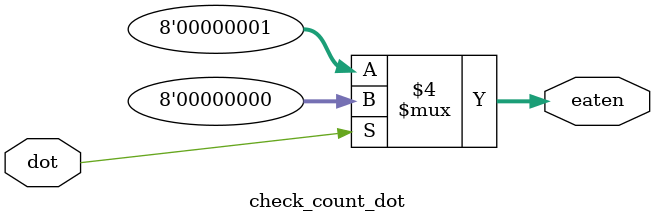
<source format=sv>
module check_count_dot(
    input logic dot,
    output logic[7:0] eaten);

    always_comb
    begin
        if(dot == 1'b1)
            eaten = 8'b00000000;
        else
            eaten = 8'b00000001;
    end
endmodule
</source>
